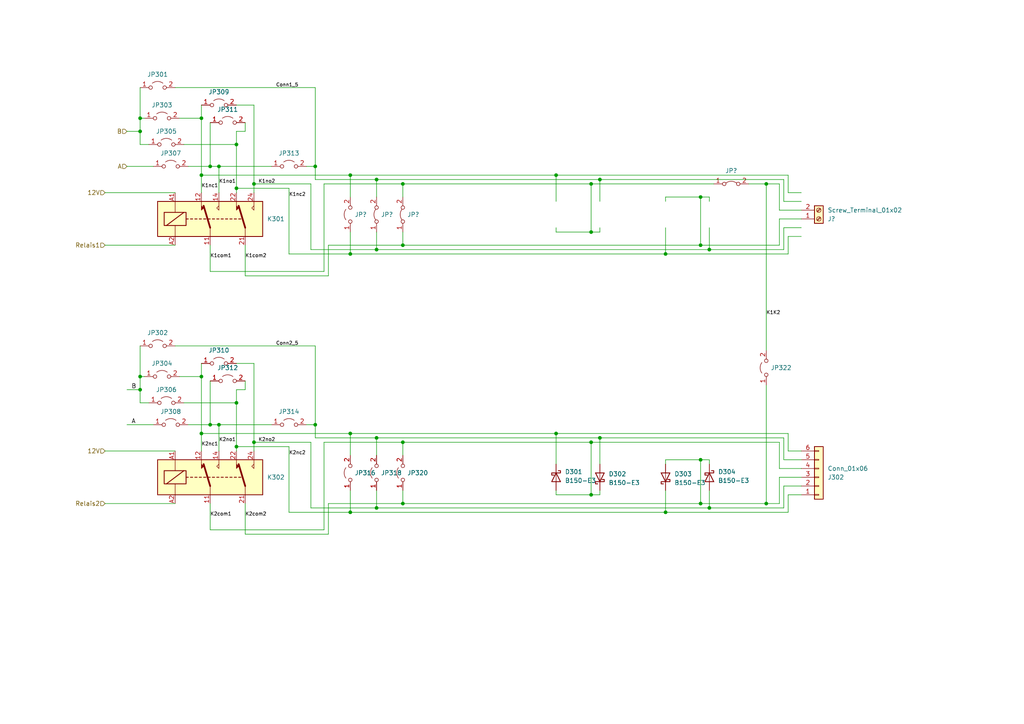
<source format=kicad_sch>
(kicad_sch (version 20211123) (generator eeschema)
  (paper "A4")
  (lib_symbols
    (symbol "Connector:Screw_Terminal_01x02" (pin_names (offset 1.016) hide)
      (property "Reference" "J" (at 0 2.54 0))
      (property "Value" "Screw_Terminal_01x02" (at 0 -5.08 0))
      (symbol "Screw_Terminal_01x02_1_1"
        (rectangle (start -1.27 1.27) (end 1.27 -3.81) (stroke (width 0.254)) (fill (type background)))
        (circle (center 0 -2.54) (radius 0.635) (stroke (width 0.1524)))
        (polyline (pts (xy -0.5334 -2.2098) (xy 0.3302 -3.048)) (stroke (width 0.1524)))
        (polyline (pts (xy -0.5334 0.3302) (xy 0.3302 -0.508)) (stroke (width 0.1524)))
        (polyline (pts (xy -0.3556 -2.032) (xy 0.508 -2.8702)) (stroke (width 0.1524)))
        (polyline (pts (xy -0.3556 0.508) (xy 0.508 -0.3302)) (stroke (width 0.1524)))
        (circle (center 0 0) (radius 0.635) (stroke (width 0.1524)))
        (pin passive line (at -5.08 0 0) (length 3.81) (name "Pin_1") (number "1"))
        (pin passive line (at -5.08 -2.54 0) (length 3.81) (name "Pin_2") (number "2"))
      )
    )
    (symbol "Connector_Generic:Conn_01x06" (pin_names (offset 1.016) hide)
      (property "Reference" "J" (at 0 7.62 0))
      (property "Value" "Conn_01x06" (at 0 -10.16 0))
      (symbol "Conn_01x06_1_1"
        (rectangle (start -1.27 -7.493) (end 0 -7.747) (stroke (width 0.1524)))
        (rectangle (start -1.27 -4.953) (end 0 -5.207) (stroke (width 0.1524)))
        (rectangle (start -1.27 -2.413) (end 0 -2.667) (stroke (width 0.1524)))
        (rectangle (start -1.27 0.127) (end 0 -0.127) (stroke (width 0.1524)))
        (rectangle (start -1.27 2.667) (end 0 2.413) (stroke (width 0.1524)))
        (rectangle (start -1.27 5.207) (end 0 4.953) (stroke (width 0.1524)))
        (rectangle (start -1.27 6.35) (end 1.27 -8.89) (stroke (width 0.254)) (fill (type background)))
        (pin passive line (at -5.08 5.08 0) (length 3.81) (name "Pin_1") (number "1"))
        (pin passive line (at -5.08 2.54 0) (length 3.81) (name "Pin_2") (number "2"))
        (pin passive line (at -5.08 0 0) (length 3.81) (name "Pin_3") (number "3"))
        (pin passive line (at -5.08 -2.54 0) (length 3.81) (name "Pin_4") (number "4"))
        (pin passive line (at -5.08 -5.08 0) (length 3.81) (name "Pin_5") (number "5"))
        (pin passive line (at -5.08 -7.62 0) (length 3.81) (name "Pin_6") (number "6"))
      )
    )
    (symbol "Diode:B150-E3" (pin_numbers hide) (pin_names hide)
      (property "Reference" "D" (at 0 2.54 0))
      (property "Value" "B150-E3" (at 0 -2.54 0))
      (symbol "B150-E3_0_1"
        (polyline (pts (xy 1.27 0) (xy -1.27 0)))
        (polyline (pts (xy 1.27 1.27) (xy 1.27 -1.27) (xy -1.27 0) (xy 1.27 1.27)) (stroke (width 0.254)))
        (polyline (pts (xy -1.905 0.635) (xy -1.905 1.27) (xy -1.27 1.27) (xy -1.27 -1.27) (xy -0.635 -1.27) (xy -0.635 -0.635)) (stroke (width 0.254)))
      )
      (symbol "B150-E3_1_1"
        (pin passive line (at -3.81 0 0) (length 2.54) (name "K") (number "1"))
        (pin passive line (at 3.81 0 180) (length 2.54) (name "A") (number "2"))
      )
    )
    (symbol "Jumper:Jumper_2_Bridged" (pin_names (offset 0) hide)
      (property "Reference" "JP" (at 0 1.905 0))
      (property "Value" "Jumper_2_Bridged" (at 0 -2.54 0))
      (symbol "Jumper_2_Bridged_0_0"
        (circle (center -2.032 0) (radius 0.508))
        (circle (center 2.032 0) (radius 0.508))
      )
      (symbol "Jumper_2_Bridged_0_1"
        (arc (start 1.524 0.254) (mid 0 0.762) (end -1.524 0.254))
      )
      (symbol "Jumper_2_Bridged_1_1"
        (pin passive line (at -5.08 0 0) (length 2.54) (name "A") (number "1"))
        (pin passive line (at 5.08 0 180) (length 2.54) (name "B") (number "2"))
      )
    )
    (symbol "Jumper:Jumper_2_Open" (pin_names (offset 0) hide)
      (property "Reference" "JP" (at 0 2.794 0))
      (property "Value" "Jumper_2_Open" (at 0 -2.286 0))
      (symbol "Jumper_2_Open_0_0"
        (circle (center -2.032 0) (radius 0.508))
        (circle (center 2.032 0) (radius 0.508))
      )
      (symbol "Jumper_2_Open_0_1"
        (arc (start 1.524 1.27) (mid 0 1.778) (end -1.524 1.27))
      )
      (symbol "Jumper_2_Open_1_1"
        (pin passive line (at -5.08 0 0) (length 2.54) (name "A") (number "1"))
        (pin passive line (at 5.08 0 180) (length 2.54) (name "B") (number "2"))
      )
    )
    (symbol "Relay:FINDER-40.52"
      (property "Reference" "K" (at 16.51 3.81 0))
      (property "Value" "FINDER-40.52" (at 16.51 1.27 0))
      (symbol "FINDER-40.52_0_1"
        (rectangle (start -15.24 5.08) (end 15.24 -5.08) (stroke (width 0.254)) (fill (type background)))
        (rectangle (start -13.335 1.905) (end -6.985 -1.905) (stroke (width 0.254)))
        (polyline (pts (xy -12.7 -1.905) (xy -7.62 1.905)) (stroke (width 0.254)))
        (polyline (pts (xy -10.16 -5.08) (xy -10.16 -1.905)))
        (polyline (pts (xy -10.16 5.08) (xy -10.16 1.905)))
        (polyline (pts (xy -6.985 0) (xy -6.35 0)) (stroke (width 0.254)))
        (polyline (pts (xy -5.715 0) (xy -5.08 0)) (stroke (width 0.254)))
        (polyline (pts (xy -4.445 0) (xy -3.81 0)) (stroke (width 0.254)))
        (polyline (pts (xy -3.175 0) (xy -2.54 0)) (stroke (width 0.254)))
        (polyline (pts (xy -1.905 0) (xy -1.27 0)) (stroke (width 0.254)))
        (polyline (pts (xy -0.635 0) (xy 0 0)) (stroke (width 0.254)))
        (polyline (pts (xy 0 -2.54) (xy -1.905 3.81)) (stroke (width 0.508)))
        (polyline (pts (xy 0 -2.54) (xy 0 -5.08)))
        (polyline (pts (xy 0.635 0) (xy 1.27 0)) (stroke (width 0.254)))
        (polyline (pts (xy 1.905 0) (xy 2.54 0)) (stroke (width 0.254)))
        (polyline (pts (xy 3.175 0) (xy 3.81 0)) (stroke (width 0.254)))
        (polyline (pts (xy 4.445 0) (xy 5.08 0)) (stroke (width 0.254)))
        (polyline (pts (xy 5.715 0) (xy 6.35 0)) (stroke (width 0.254)))
        (polyline (pts (xy 6.985 0) (xy 7.62 0)) (stroke (width 0.254)))
        (polyline (pts (xy 8.255 0) (xy 8.89 0)) (stroke (width 0.254)))
        (polyline (pts (xy 10.16 -2.54) (xy 8.255 3.81)) (stroke (width 0.508)))
        (polyline (pts (xy 10.16 -2.54) (xy 10.16 -5.08)))
        (polyline (pts (xy -2.54 5.08) (xy -2.54 2.54) (xy -1.905 3.175) (xy -2.54 3.81)) (fill (type outline)))
        (polyline (pts (xy 2.54 5.08) (xy 2.54 2.54) (xy 1.905 3.175) (xy 2.54 3.81)))
        (polyline (pts (xy 7.62 5.08) (xy 7.62 2.54) (xy 8.255 3.175) (xy 7.62 3.81)) (fill (type outline)))
        (polyline (pts (xy 12.7 5.08) (xy 12.7 2.54) (xy 12.065 3.175) (xy 12.7 3.81)))
      )
      (symbol "FINDER-40.52_1_1"
        (pin passive line (at 0 -7.62 90) (length 2.54) (name "~") (number "11"))
        (pin passive line (at -2.54 7.62 270) (length 2.54) (name "~") (number "12"))
        (pin passive line (at 2.54 7.62 270) (length 2.54) (name "~") (number "14"))
        (pin passive line (at 10.16 -7.62 90) (length 2.54) (name "~") (number "21"))
        (pin passive line (at 7.62 7.62 270) (length 2.54) (name "~") (number "22"))
        (pin passive line (at 12.7 7.62 270) (length 2.54) (name "~") (number "24"))
        (pin passive line (at -10.16 7.62 270) (length 2.54) (name "~") (number "A1"))
        (pin passive line (at -10.16 -7.62 90) (length 2.54) (name "~") (number "A2"))
      )
    )
  )
  (junction (at 58.42 125.73))
  (junction (at 58.42 34.29))
  (junction (at 193.04 148.59))
  (junction (at 73.66 53.34))
  (junction (at 173.99 52.07))
  (junction (at 101.6 125.73))
  (junction (at 161.29 125.73))
  (junction (at 40.64 113.03))
  (junction (at 173.99 127))
  (junction (at 116.84 71.12))
  (junction (at 171.45 143.51))
  (junction (at 161.29 50.8))
  (junction (at 63.5 123.19))
  (junction (at 193.04 73.66))
  (junction (at 60.96 123.19))
  (junction (at 58.42 109.22))
  (junction (at 40.64 109.22))
  (junction (at 205.74 72.39))
  (junction (at 68.58 129.54))
  (junction (at 222.25 146.05))
  (junction (at 203.2 57.15))
  (junction (at 40.64 34.29))
  (junction (at 205.74 147.32))
  (junction (at 203.2 133.35))
  (junction (at 109.22 127))
  (junction (at 171.45 53.34))
  (junction (at 68.58 41.91))
  (junction (at 109.22 147.32))
  (junction (at 101.6 50.8))
  (junction (at 171.45 128.27))
  (junction (at 116.84 146.05))
  (junction (at 109.22 52.07))
  (junction (at 58.42 50.8))
  (junction (at 60.96 48.26))
  (junction (at 109.22 72.39))
  (junction (at 101.6 148.59))
  (junction (at 91.44 123.19))
  (junction (at 73.66 128.27))
  (junction (at 116.84 128.27))
  (junction (at 101.6 73.66))
  (junction (at 116.84 53.34))
  (junction (at 203.2 71.12))
  (junction (at 203.2 146.05))
  (junction (at 68.58 116.84))
  (junction (at 222.25 53.34))
  (junction (at 171.45 67.31))
  (junction (at 68.58 54.61))
  (junction (at 91.44 48.26))
  (junction (at 40.64 38.1))
  (junction (at 63.5 48.26))
  (wire (pts (xy 91.44 123.19) (xy 88.9 123.19)))
  (wire (pts (xy 205.74 147.32) (xy 227.33 147.32)))
  (wire (pts (xy 95.25 71.12) (xy 116.84 71.12)))
  (wire (pts (xy 161.29 50.8) (xy 161.29 58.42)))
  (wire (pts (xy 83.82 129.54) (xy 68.58 129.54)))
  (wire (pts (xy 227.33 133.35) (xy 227.33 127)))
  (wire (pts (xy 53.34 41.91) (xy 68.58 41.91)))
  (wire (pts (xy 205.74 134.62) (xy 205.74 133.35)))
  (wire (pts (xy 53.34 116.84) (xy 68.58 116.84)))
  (wire (pts (xy 161.29 50.8) (xy 228.6 50.8)))
  (wire (pts (xy 161.29 142.24) (xy 161.29 143.51)))
  (wire (pts (xy 73.66 53.34) (xy 90.17 53.34)))
  (wire (pts (xy 101.6 50.8) (xy 161.29 50.8)))
  (wire (pts (xy 116.84 146.05) (xy 203.2 146.05)))
  (wire (pts (xy 171.45 53.34) (xy 207.01 53.34)))
  (wire (pts (xy 228.6 130.81) (xy 228.6 125.73)))
  (wire (pts (xy 58.42 105.41) (xy 58.42 109.22)))
  (wire (pts (xy 36.83 113.03) (xy 40.64 113.03)))
  (wire (pts (xy 109.22 52.07) (xy 109.22 57.15)))
  (wire (pts (xy 60.96 48.26) (xy 63.5 48.26)))
  (wire (pts (xy 90.17 147.32) (xy 109.22 147.32)))
  (wire (pts (xy 116.84 128.27) (xy 116.84 132.08)))
  (wire (pts (xy 173.99 127) (xy 173.99 134.62)))
  (wire (pts (xy 68.58 113.03) (xy 71.12 113.03)))
  (wire (pts (xy 91.44 123.19) (xy 91.44 100.33)))
  (wire (pts (xy 161.29 125.73) (xy 228.6 125.73)))
  (wire (pts (xy 161.29 66.04) (xy 161.29 67.31)))
  (wire (pts (xy 83.82 148.59) (xy 83.82 129.54)))
  (wire (pts (xy 116.84 142.24) (xy 116.84 146.05)))
  (wire (pts (xy 109.22 127) (xy 109.22 132.08)))
  (wire (pts (xy 73.66 105.41) (xy 73.66 128.27)))
  (wire (pts (xy 161.29 125.73) (xy 161.29 134.62)))
  (wire (pts (xy 193.04 142.24) (xy 193.04 148.59)))
  (wire (pts (xy 68.58 30.48) (xy 73.66 30.48)))
  (wire (pts (xy 58.42 125.73) (xy 101.6 125.73)))
  (wire (pts (xy 40.64 25.4) (xy 40.64 34.29)))
  (wire (pts (xy 161.29 67.31) (xy 171.45 67.31)))
  (wire (pts (xy 193.04 73.66) (xy 228.6 73.66)))
  (wire (pts (xy 60.96 35.56) (xy 60.96 48.26)))
  (wire (pts (xy 193.04 58.42) (xy 193.04 57.15)))
  (wire (pts (xy 71.12 154.94) (xy 71.12 146.05)))
  (wire (pts (xy 54.61 123.19) (xy 60.96 123.19)))
  (wire (pts (xy 68.58 105.41) (xy 73.66 105.41)))
  (wire (pts (xy 52.07 109.22) (xy 58.42 109.22)))
  (wire (pts (xy 91.44 48.26) (xy 91.44 25.4)))
  (wire (pts (xy 173.99 52.07) (xy 173.99 58.42)))
  (wire (pts (xy 68.58 38.1) (xy 71.12 38.1)))
  (wire (pts (xy 54.61 48.26) (xy 60.96 48.26)))
  (wire (pts (xy 116.84 53.34) (xy 116.84 57.15)))
  (wire (pts (xy 161.29 143.51) (xy 171.45 143.51)))
  (wire (pts (xy 60.96 146.05) (xy 60.96 153.67)))
  (wire (pts (xy 63.5 123.19) (xy 63.5 130.81)))
  (wire (pts (xy 116.84 128.27) (xy 171.45 128.27)))
  (wire (pts (xy 232.41 133.35) (xy 227.33 133.35)))
  (wire (pts (xy 73.66 53.34) (xy 73.66 55.88)))
  (wire (pts (xy 73.66 128.27) (xy 73.66 130.81)))
  (wire (pts (xy 232.41 143.51) (xy 228.6 143.51)))
  (wire (pts (xy 90.17 72.39) (xy 109.22 72.39)))
  (wire (pts (xy 232.41 58.42) (xy 227.33 58.42)))
  (wire (pts (xy 173.99 142.24) (xy 173.99 143.51)))
  (wire (pts (xy 203.2 146.05) (xy 222.25 146.05)))
  (wire (pts (xy 203.2 133.35) (xy 203.2 146.05)))
  (wire (pts (xy 227.33 140.97) (xy 227.33 147.32)))
  (wire (pts (xy 93.98 53.34) (xy 116.84 53.34)))
  (wire (pts (xy 205.74 142.24) (xy 205.74 147.32)))
  (wire (pts (xy 68.58 41.91) (xy 68.58 38.1)))
  (wire (pts (xy 83.82 73.66) (xy 101.6 73.66)))
  (wire (pts (xy 63.5 48.26) (xy 63.5 55.88)))
  (wire (pts (xy 91.44 52.07) (xy 109.22 52.07)))
  (wire (pts (xy 60.96 71.12) (xy 60.96 78.74)))
  (wire (pts (xy 222.25 111.76) (xy 222.25 146.05)))
  (wire (pts (xy 68.58 116.84) (xy 68.58 113.03)))
  (wire (pts (xy 109.22 72.39) (xy 205.74 72.39)))
  (wire (pts (xy 83.82 148.59) (xy 101.6 148.59)))
  (wire (pts (xy 232.41 130.81) (xy 228.6 130.81)))
  (wire (pts (xy 30.48 71.12) (xy 50.8 71.12)))
  (wire (pts (xy 91.44 127) (xy 109.22 127)))
  (wire (pts (xy 205.74 72.39) (xy 227.33 72.39)))
  (wire (pts (xy 232.41 55.88) (xy 228.6 55.88)))
  (wire (pts (xy 203.2 71.12) (xy 226.06 71.12)))
  (wire (pts (xy 109.22 127) (xy 173.99 127)))
  (wire (pts (xy 232.41 138.43) (xy 226.06 138.43)))
  (wire (pts (xy 101.6 73.66) (xy 193.04 73.66)))
  (wire (pts (xy 50.8 25.4) (xy 91.44 25.4)))
  (wire (pts (xy 60.96 123.19) (xy 63.5 123.19)))
  (wire (pts (xy 101.6 125.73) (xy 161.29 125.73)))
  (wire (pts (xy 36.83 123.19) (xy 44.45 123.19)))
  (wire (pts (xy 173.99 67.31) (xy 173.99 66.04)))
  (wire (pts (xy 60.96 153.67) (xy 93.98 153.67)))
  (wire (pts (xy 52.07 34.29) (xy 58.42 34.29)))
  (wire (pts (xy 109.22 142.24) (xy 109.22 147.32)))
  (wire (pts (xy 228.6 143.51) (xy 228.6 148.59)))
  (wire (pts (xy 50.8 100.33) (xy 91.44 100.33)))
  (wire (pts (xy 232.41 66.04) (xy 227.33 66.04)))
  (wire (pts (xy 226.06 135.89) (xy 226.06 128.27)))
  (wire (pts (xy 36.83 48.26) (xy 44.45 48.26)))
  (wire (pts (xy 95.25 71.12) (xy 95.25 80.01)))
  (wire (pts (xy 205.74 66.04) (xy 205.74 72.39)))
  (wire (pts (xy 101.6 67.31) (xy 101.6 73.66)))
  (wire (pts (xy 226.06 63.5) (xy 226.06 71.12)))
  (wire (pts (xy 193.04 57.15) (xy 203.2 57.15)))
  (wire (pts (xy 228.6 68.58) (xy 228.6 73.66)))
  (wire (pts (xy 71.12 110.49) (xy 71.12 113.03)))
  (wire (pts (xy 222.25 53.34) (xy 222.25 101.6)))
  (wire (pts (xy 71.12 80.01) (xy 71.12 71.12)))
  (wire (pts (xy 226.06 138.43) (xy 226.06 146.05)))
  (wire (pts (xy 227.33 58.42) (xy 227.33 52.07)))
  (wire (pts (xy 222.25 53.34) (xy 226.06 53.34)))
  (wire (pts (xy 68.58 116.84) (xy 68.58 129.54)))
  (wire (pts (xy 93.98 128.27) (xy 116.84 128.27)))
  (wire (pts (xy 91.44 123.19) (xy 91.44 127)))
  (wire (pts (xy 228.6 55.88) (xy 228.6 50.8)))
  (wire (pts (xy 116.84 53.34) (xy 171.45 53.34)))
  (wire (pts (xy 101.6 148.59) (xy 193.04 148.59)))
  (wire (pts (xy 116.84 71.12) (xy 203.2 71.12)))
  (wire (pts (xy 40.64 38.1) (xy 40.64 41.91)))
  (wire (pts (xy 83.82 73.66) (xy 83.82 54.61)))
  (wire (pts (xy 78.74 123.19) (xy 63.5 123.19)))
  (wire (pts (xy 171.45 128.27) (xy 171.45 143.51)))
  (wire (pts (xy 30.48 130.81) (xy 50.8 130.81)))
  (wire (pts (xy 40.64 100.33) (xy 40.64 109.22)))
  (wire (pts (xy 101.6 125.73) (xy 101.6 132.08)))
  (wire (pts (xy 40.64 41.91) (xy 43.18 41.91)))
  (wire (pts (xy 58.42 34.29) (xy 58.42 50.8)))
  (wire (pts (xy 171.45 128.27) (xy 226.06 128.27)))
  (wire (pts (xy 101.6 142.24) (xy 101.6 148.59)))
  (wire (pts (xy 232.41 140.97) (xy 227.33 140.97)))
  (wire (pts (xy 71.12 35.56) (xy 71.12 38.1)))
  (wire (pts (xy 40.64 116.84) (xy 43.18 116.84)))
  (wire (pts (xy 78.74 48.26) (xy 63.5 48.26)))
  (wire (pts (xy 109.22 67.31) (xy 109.22 72.39)))
  (wire (pts (xy 60.96 110.49) (xy 60.96 123.19)))
  (wire (pts (xy 71.12 80.01) (xy 95.25 80.01)))
  (wire (pts (xy 193.04 133.35) (xy 203.2 133.35)))
  (wire (pts (xy 109.22 52.07) (xy 173.99 52.07)))
  (wire (pts (xy 171.45 67.31) (xy 173.99 67.31)))
  (wire (pts (xy 90.17 53.34) (xy 90.17 72.39)))
  (wire (pts (xy 193.04 134.62) (xy 193.04 133.35)))
  (wire (pts (xy 93.98 53.34) (xy 93.98 78.74)))
  (wire (pts (xy 226.06 60.96) (xy 226.06 53.34)))
  (wire (pts (xy 58.42 30.48) (xy 58.42 34.29)))
  (wire (pts (xy 232.41 135.89) (xy 226.06 135.89)))
  (wire (pts (xy 41.91 34.29) (xy 40.64 34.29)))
  (wire (pts (xy 73.66 30.48) (xy 73.66 53.34)))
  (wire (pts (xy 58.42 50.8) (xy 101.6 50.8)))
  (wire (pts (xy 58.42 109.22) (xy 58.42 125.73)))
  (wire (pts (xy 205.74 57.15) (xy 205.74 58.42)))
  (wire (pts (xy 171.45 53.34) (xy 171.45 67.31)))
  (wire (pts (xy 36.83 38.1) (xy 40.64 38.1)))
  (wire (pts (xy 68.58 54.61) (xy 68.58 55.88)))
  (wire (pts (xy 58.42 50.8) (xy 58.42 55.88)))
  (wire (pts (xy 232.41 68.58) (xy 228.6 68.58)))
  (wire (pts (xy 95.25 146.05) (xy 116.84 146.05)))
  (wire (pts (xy 193.04 148.59) (xy 228.6 148.59)))
  (wire (pts (xy 171.45 143.51) (xy 173.99 143.51)))
  (wire (pts (xy 68.58 129.54) (xy 68.58 130.81)))
  (wire (pts (xy 203.2 57.15) (xy 205.74 57.15)))
  (wire (pts (xy 73.66 128.27) (xy 90.17 128.27)))
  (wire (pts (xy 203.2 57.15) (xy 203.2 71.12)))
  (wire (pts (xy 30.48 55.88) (xy 50.8 55.88)))
  (wire (pts (xy 222.25 146.05) (xy 226.06 146.05)))
  (wire (pts (xy 83.82 54.61) (xy 68.58 54.61)))
  (wire (pts (xy 93.98 128.27) (xy 93.98 153.67)))
  (wire (pts (xy 90.17 128.27) (xy 90.17 147.32)))
  (wire (pts (xy 30.48 146.05) (xy 50.8 146.05)))
  (wire (pts (xy 40.64 113.03) (xy 40.64 116.84)))
  (wire (pts (xy 68.58 41.91) (xy 68.58 54.61)))
  (wire (pts (xy 109.22 147.32) (xy 205.74 147.32)))
  (wire (pts (xy 40.64 109.22) (xy 40.64 113.03)))
  (wire (pts (xy 91.44 48.26) (xy 91.44 52.07)))
  (wire (pts (xy 227.33 66.04) (xy 227.33 72.39)))
  (wire (pts (xy 41.91 109.22) (xy 40.64 109.22)))
  (wire (pts (xy 173.99 127) (xy 227.33 127)))
  (wire (pts (xy 232.41 60.96) (xy 226.06 60.96)))
  (wire (pts (xy 173.99 52.07) (xy 227.33 52.07)))
  (wire (pts (xy 101.6 50.8) (xy 101.6 57.15)))
  (wire (pts (xy 91.44 48.26) (xy 88.9 48.26)))
  (wire (pts (xy 71.12 154.94) (xy 95.25 154.94)))
  (wire (pts (xy 95.25 146.05) (xy 95.25 154.94)))
  (wire (pts (xy 217.17 53.34) (xy 222.25 53.34)))
  (wire (pts (xy 203.2 133.35) (xy 205.74 133.35)))
  (wire (pts (xy 60.96 78.74) (xy 93.98 78.74)))
  (wire (pts (xy 58.42 125.73) (xy 58.42 130.81)))
  (wire (pts (xy 232.41 63.5) (xy 226.06 63.5)))
  (wire (pts (xy 193.04 66.04) (xy 193.04 73.66)))
  (wire (pts (xy 116.84 67.31) (xy 116.84 71.12)))
  (wire (pts (xy 40.64 34.29) (xy 40.64 38.1)))
  (label "Conn2_5" (at 80.01 100.33 0) (effects (font (size 1 1))))
  (label "K2no2" (at 74.93 128.27 0) (effects (font (size 1 1))))
  (label "Conn1_5" (at 80.01 25.4 0) (effects (font (size 1 1))))
  (label "K1com2" (at 71.12 74.93 0) (effects (font (size 1 1))))
  (label "K2no1" (at 63.5 128.27 0) (effects (font (size 1 1))))
  (label "A" (at 38.1 123.19 0))
  (label "K2com2" (at 71.12 149.86 0) (effects (font (size 1 1))))
  (label "K1com1" (at 60.96 74.93 0) (effects (font (size 1 1))))
  (label "K1nc2" (at 83.82 57.15 0) (effects (font (size 1 1))))
  (label "B" (at 38.1 113.03 0))
  (label "K1no2" (at 74.93 53.34 0) (effects (font (size 1 1))))
  (label "K2com1" (at 60.96 149.86 0) (effects (font (size 1 1))))
  (label "K1no1" (at 63.5 53.34 0) (effects (font (size 1 1))))
  (label "K1K2" (at 222.25 91.44 0) (effects (font (size 1 1))))
  (label "K2nc1" (at 58.42 129.54 0) (effects (font (size 1 1))))
  (label "K2nc2" (at 83.82 132.08 0) (effects (font (size 1 1))))
  (label "K1nc1" (at 58.42 54.61 0) (effects (font (size 1 1))))
  (hierarchical_label "Relais1" (shape input) (at 30.48 71.12 180))
  (hierarchical_label "12V" (shape input) (at 30.48 55.88 180))
  (hierarchical_label "Relais2" (shape input) (at 30.48 146.05 180))
  (hierarchical_label "12V" (shape input) (at 30.48 130.81 180))
  (hierarchical_label "A" (shape input) (at 36.83 48.26 180))
  (hierarchical_label "B" (shape input) (at 36.83 38.1 180))
  (symbol (lib_id "Relay:FINDER-40.52") (at 60.96 138.43 0) (unit 1)
    (property "Reference" "K302" (at 77.47 138.4299 0) (effects (justify left)))
    (property "Value" "FINDER-40.52" (effects hide))
    (property "Footprint" "Relay_THT:Relay_DPDT_Finder_40.52" (effects hide))
    (property "Datasheet" "http://gfinder.findernet.com/assets/Series/353/S40EN.pdf" (effects hide))
  )
  (symbol (lib_id "Jumper:Jumper_2_Open") (at 83.82 48.26 0) (unit 1)
    (property "Reference" "JP313" (at 83.82 44.45 0))
    (property "Value" "Jumper_2_Open" (effects hide))
    (property "Footprint" "Connector_PinHeader_2.54mm:PinHeader_1x02_P2.54mm_Vertical" (effects hide))
  )
  (symbol (lib_id "Jumper:Jumper_2_Open") (at 66.04 110.49 0) (unit 1)
    (property "Reference" "JP312" (at 66.04 106.68 0))
    (property "Value" "Jumper_2_Open" (effects hide))
    (property "Footprint" "Connector_PinHeader_2.54mm:PinHeader_1x02_P2.54mm_Vertical" (effects hide))
  )
  (symbol (lib_id "Jumper:Jumper_2_Open") (at 66.04 35.56 0) (unit 1)
    (property "Reference" "JP311" (at 66.04 31.75 0))
    (property "Value" "Jumper_2_Open" (effects hide))
    (property "Footprint" "Connector_PinHeader_2.54mm:PinHeader_1x02_P2.54mm_Vertical" (effects hide))
  )
  (symbol (lib_id "Jumper:Jumper_2_Open") (at 63.5 105.41 0) (unit 1)
    (property "Reference" "JP310" (at 63.5 101.6 0))
    (property "Value" "Jumper_2_Open" (effects hide))
    (property "Footprint" "Connector_PinHeader_2.54mm:PinHeader_1x02_P2.54mm_Vertical" (effects hide))
  )
  (symbol (lib_id "Diode:B150-E3") (at 173.99 138.43 90) (unit 1)
    (property "Reference" "D302" (at 176.53 137.4774 90) (effects (justify right)))
    (property "Value" "B150-E3" (at 176.53 140.0174 90) (effects (justify right)))
    (property "Footprint" "Diode_SMD:D_SMA" (effects hide))
    (property "Datasheet" "http://www.vishay.com/docs/88946/b120.pdf" (effects hide))
  )
  (symbol (lib_id "Connector_Generic:Conn_01x06") (at 237.49 138.43 0) (mirror x) (unit 1)
    (property "Reference" "J302" (at 240.03 138.4301 0) (effects (justify left)))
    (property "Value" "Conn_01x06" (at 240.03 135.8901 0) (effects (justify left)))
    (property "Footprint" "TerminalBlock_Phoenix:TerminalBlock_Phoenix_MPT-0,5-6-2.54_1x06_P2.54mm_Horizontal" (effects hide))
  )
  (symbol (lib_id "Jumper:Jumper_2_Open") (at 46.99 34.29 0) (unit 1)
    (property "Reference" "JP303" (at 46.99 30.48 0))
    (property "Value" "Jumper_2_Open" (effects hide))
    (property "Footprint" "Connector_PinHeader_2.54mm:PinHeader_1x02_P2.54mm_Vertical" (effects hide))
  )
  (symbol (lib_id "Jumper:Jumper_2_Open") (at 45.72 100.33 0) (unit 1)
    (property "Reference" "JP302" (at 45.72 96.52 0))
    (property "Value" "Jumper_2_Open" (effects hide))
    (property "Footprint" "Connector_PinHeader_2.54mm:PinHeader_1x02_P2.54mm_Vertical" (effects hide))
  )
  (symbol (lib_id "Jumper:Jumper_2_Bridged") (at 109.22 62.23 90) (unit 1)
    (property "Reference" "JP?" (at 110.49 62.2299 90) (effects (justify right)))
    (property "Value" "Jumper_2_Bridged" (effects hide))
    (property "Footprint" "Connector_PinSocket_2.54mm:PinSocket_1x02_P2.54mm_Vertical" (effects hide))
  )
  (symbol (lib_id "Jumper:Jumper_2_Open") (at 49.53 123.19 0) (unit 1)
    (property "Reference" "JP308" (at 49.53 119.38 0))
    (property "Value" "Jumper_2_Open" (effects hide))
    (property "Footprint" "Connector_PinHeader_2.54mm:PinHeader_1x02_P2.54mm_Vertical" (effects hide))
  )
  (symbol (lib_id "Jumper:Jumper_2_Open") (at 109.22 137.16 90) (unit 1)
    (property "Reference" "JP318" (at 110.49 137.1599 90) (effects (justify right)))
    (property "Value" "Jumper_2_Open" (effects hide))
    (property "Footprint" "Connector_PinHeader_2.54mm:PinHeader_1x02_P2.54mm_Vertical" (effects hide))
  )
  (symbol (lib_id "Jumper:Jumper_2_Open") (at 48.26 116.84 0) (unit 1)
    (property "Reference" "JP306" (at 48.26 113.03 0))
    (property "Value" "Jumper_2_Open" (effects hide))
    (property "Footprint" "Connector_PinHeader_2.54mm:PinHeader_1x02_P2.54mm_Vertical" (effects hide))
  )
  (symbol (lib_id "Jumper:Jumper_2_Bridged") (at 212.09 53.34 0) (unit 1)
    (property "Reference" "JP?" (at 212.09 49.53 0))
    (property "Value" "Jumper_2_Bridged" (effects hide))
    (property "Footprint" "Connector_PinSocket_2.54mm:PinSocket_1x02_P2.54mm_Vertical" (effects hide))
  )
  (symbol (lib_id "Diode:B150-E3") (at 193.04 138.43 90) (unit 1)
    (property "Reference" "D303" (at 195.58 137.4774 90) (effects (justify right)))
    (property "Value" "B150-E3" (at 195.58 140.0174 90) (effects (justify right)))
    (property "Footprint" "Diode_SMD:D_SMA" (effects hide))
    (property "Datasheet" "http://www.vishay.com/docs/88946/b120.pdf" (effects hide))
  )
  (symbol (lib_id "Diode:B150-E3") (at 161.29 138.43 270) (unit 1)
    (property "Reference" "D301" (at 163.83 136.8424 90) (effects (justify left)))
    (property "Value" "B150-E3" (at 163.83 139.3824 90) (effects (justify left)))
    (property "Footprint" "Diode_SMD:D_SMA" (effects hide))
    (property "Datasheet" "http://www.vishay.com/docs/88946/b120.pdf" (effects hide))
  )
  (symbol (lib_id "Jumper:Jumper_2_Open") (at 46.99 109.22 0) (unit 1)
    (property "Reference" "JP304" (at 46.99 105.41 0))
    (property "Value" "Jumper_2_Open" (effects hide))
    (property "Footprint" "Connector_PinHeader_2.54mm:PinHeader_1x02_P2.54mm_Vertical" (effects hide))
  )
  (symbol (lib_id "Jumper:Jumper_2_Open") (at 63.5 30.48 0) (unit 1)
    (property "Reference" "JP309" (at 63.5 26.67 0))
    (property "Value" "Jumper_2_Open" (effects hide))
    (property "Footprint" "Connector_PinHeader_2.54mm:PinHeader_1x02_P2.54mm_Vertical" (effects hide))
  )
  (symbol (lib_id "Diode:B150-E3") (at 205.74 138.43 270) (unit 1)
    (property "Reference" "D304" (at 208.28 136.8424 90) (effects (justify left)))
    (property "Value" "B150-E3" (at 208.28 139.3824 90) (effects (justify left)))
    (property "Footprint" "Diode_SMD:D_SMA" (effects hide))
    (property "Datasheet" "http://www.vishay.com/docs/88946/b120.pdf" (effects hide))
  )
  (symbol (lib_id "Connector:Screw_Terminal_01x02") (at 237.49 63.5 0) (mirror x) (unit 1)
    (property "Reference" "J?" (at 240.03 63.5001 0) (effects (justify left)))
    (property "Value" "Screw_Terminal_01x02" (at 240.03 60.9601 0) (effects (justify left)))
    (property "Footprint" "TerminalBlock_Phoenix:TerminalBlock_Phoenix_MPT-0,5-6-2.54_1x02_P2.54mm_Horizontal" (effects hide))
  )
  (symbol (lib_id "Jumper:Jumper_2_Open") (at 222.25 106.68 90) (unit 1)
    (property "Reference" "JP322" (at 223.52 106.6799 90) (effects (justify right)))
    (property "Value" "Jumper_2_Open" (effects hide))
    (property "Footprint" "Connector_PinHeader_2.54mm:PinHeader_1x02_P2.54mm_Vertical" (effects hide))
  )
  (symbol (lib_id "Jumper:Jumper_2_Open") (at 101.6 137.16 90) (unit 1)
    (property "Reference" "JP316" (at 102.87 137.1599 90) (effects (justify right)))
    (property "Value" "Jumper_2_Open" (effects hide))
    (property "Footprint" "Connector_PinHeader_2.54mm:PinHeader_1x02_P2.54mm_Vertical" (effects hide))
  )
  (symbol (lib_id "Relay:FINDER-40.52") (at 60.96 63.5 0) (unit 1)
    (property "Reference" "K301" (at 77.47 63.4999 0) (effects (justify left)))
    (property "Value" "FINDER-40.52" (effects hide))
    (property "Footprint" "Relay_THT:Relay_DPDT_Finder_40.52" (effects hide))
    (property "Datasheet" "http://gfinder.findernet.com/assets/Series/353/S40EN.pdf" (effects hide))
  )
  (symbol (lib_id "Jumper:Jumper_2_Open") (at 49.53 48.26 0) (unit 1)
    (property "Reference" "JP307" (at 49.53 44.45 0))
    (property "Value" "Jumper_2_Open" (effects hide))
    (property "Footprint" "Connector_PinHeader_2.54mm:PinHeader_1x02_P2.54mm_Vertical" (effects hide))
  )
  (symbol (lib_id "Jumper:Jumper_2_Open") (at 48.26 41.91 0) (unit 1)
    (property "Reference" "JP305" (at 48.26 38.1 0))
    (property "Value" "Jumper_2_Open" (effects hide))
    (property "Footprint" "Connector_PinHeader_2.54mm:PinHeader_1x02_P2.54mm_Vertical" (effects hide))
  )
  (symbol (lib_id "Jumper:Jumper_2_Open") (at 45.72 25.4 0) (unit 1)
    (property "Reference" "JP301" (at 45.72 21.59 0))
    (property "Value" "Jumper_2_Open" (effects hide))
    (property "Footprint" "Connector_PinHeader_2.54mm:PinHeader_1x02_P2.54mm_Vertical" (effects hide))
  )
  (symbol (lib_id "Jumper:Jumper_2_Open") (at 116.84 137.16 90) (unit 1)
    (property "Reference" "JP320" (at 118.11 137.1599 90) (effects (justify right)))
    (property "Value" "Jumper_2_Open" (effects hide))
    (property "Footprint" "Connector_PinHeader_2.54mm:PinHeader_1x02_P2.54mm_Vertical" (effects hide))
  )
  (symbol (lib_id "Jumper:Jumper_2_Open") (at 101.6 62.23 90) (unit 1)
    (property "Reference" "JP?" (at 102.87 62.2299 90) (effects (justify right)))
    (property "Value" "Jumper_2_Open" (effects hide))
    (property "Footprint" "Connector_PinSocket_2.54mm:PinSocket_1x02_P2.54mm_Vertical" (effects hide))
  )
  (symbol (lib_id "Jumper:Jumper_2_Bridged") (at 116.84 62.23 90) (unit 1)
    (property "Reference" "JP?" (at 118.11 62.2299 90) (effects (justify right)))
    (property "Value" "Jumper_2_Bridged" (effects hide))
    (property "Footprint" "Connector_PinSocket_2.54mm:PinSocket_1x02_P2.54mm_Vertical" (effects hide))
  )
  (symbol (lib_id "Jumper:Jumper_2_Open") (at 83.82 123.19 0) (unit 1)
    (property "Reference" "JP314" (at 83.82 119.38 0))
    (property "Value" "Jumper_2_Open" (effects hide))
    (property "Footprint" "Connector_PinHeader_2.54mm:PinHeader_1x02_P2.54mm_Vertical" (effects hide))
  )
)
</source>
